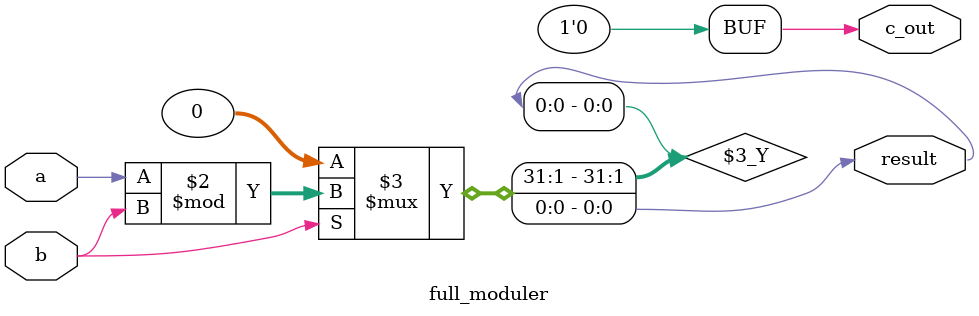
<source format=sv>
module full_moduler(
    input logic a,
    input logic b,
    output logic result,
    output logic c_out
);

    assign result = (b != 0) ? a % b : 0; // Operación módulo a nivel de bit
    assign c_out = 0; // No hay acarreo en la operación módulo de un solo bit

endmodule

</source>
